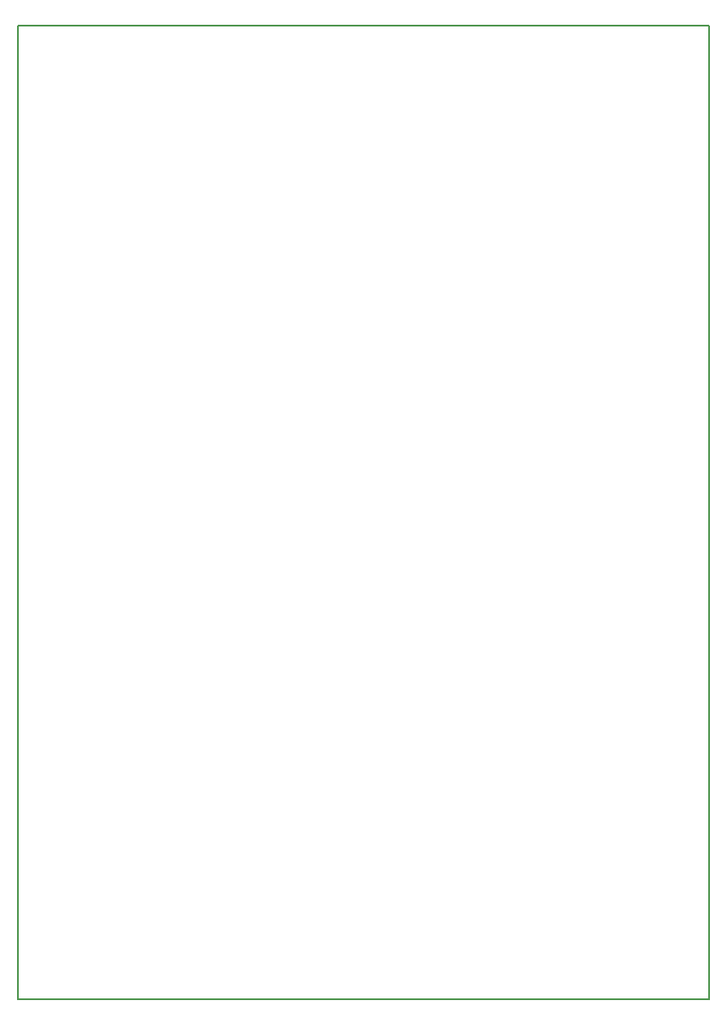
<source format=gbr>
G04 #@! TF.GenerationSoftware,KiCad,Pcbnew,(5.0.0)*
G04 #@! TF.CreationDate,2019-12-01T20:41:02-08:00*
G04 #@! TF.ProjectId,Motor,4D6F746F722E6B696361645F70636200,rev?*
G04 #@! TF.SameCoordinates,PX3851b98PY8841978*
G04 #@! TF.FileFunction,Profile,NP*
%FSLAX46Y46*%
G04 Gerber Fmt 4.6, Leading zero omitted, Abs format (unit mm)*
G04 Created by KiCad (PCBNEW (5.0.0)) date 12/01/19 20:41:02*
%MOMM*%
%LPD*%
G01*
G04 APERTURE LIST*
%ADD10C,0.150000*%
G04 APERTURE END LIST*
D10*
X70485000Y98425000D02*
X1905000Y98425000D01*
X70485000Y1905000D02*
X70485000Y98425000D01*
X1905000Y1905000D02*
X70485000Y1905000D01*
X1905000Y98425000D02*
X1905000Y1905000D01*
M02*

</source>
